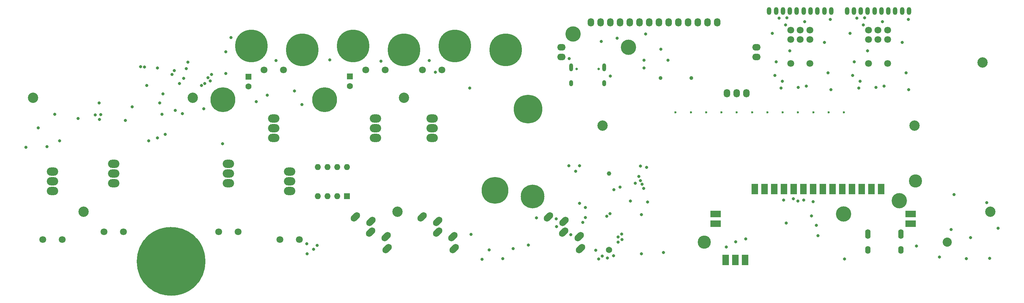
<source format=gbr>
%TF.GenerationSoftware,KiCad,Pcbnew,(6.0.5)*%
%TF.CreationDate,2022-07-01T10:57:45+02:00*%
%TF.ProjectId,clarinoid-bodytest,636c6172-696e-46f6-9964-2d626f647974,rev?*%
%TF.SameCoordinates,Original*%
%TF.FileFunction,Soldermask,Bot*%
%TF.FilePolarity,Negative*%
%FSLAX46Y46*%
G04 Gerber Fmt 4.6, Leading zero omitted, Abs format (unit mm)*
G04 Created by KiCad (PCBNEW (6.0.5)) date 2022-07-01 10:57:45*
%MOMM*%
%LPD*%
G01*
G04 APERTURE LIST*
G04 Aperture macros list*
%AMHorizOval*
0 Thick line with rounded ends*
0 $1 width*
0 $2 $3 position (X,Y) of the first rounded end (center of the circle)*
0 $4 $5 position (X,Y) of the second rounded end (center of the circle)*
0 Add line between two ends*
20,1,$1,$2,$3,$4,$5,0*
0 Add two circle primitives to create the rounded ends*
1,1,$1,$2,$3*
1,1,$1,$4,$5*%
G04 Aperture macros list end*
%ADD10C,9.000000*%
%ADD11C,2.700000*%
%ADD12C,1.800000*%
%ADD13O,1.200000X2.000000*%
%ADD14O,3.000000X2.150000*%
%ADD15C,2.390000*%
%ADD16C,3.450000*%
%ADD17R,1.600000X1.600000*%
%ADD18C,1.600000*%
%ADD19C,0.650000*%
%ADD20O,1.000000X2.100000*%
%ADD21O,1.000000X1.600000*%
%ADD22C,6.500000*%
%ADD23C,6.200000*%
%ADD24C,1.000000*%
%ADD25C,7.000000*%
%ADD26O,1.700000X2.200000*%
%ADD27O,2.200000X1.700000*%
%ADD28C,4.000000*%
%ADD29C,7.500000*%
%ADD30C,1.650000*%
%ADD31C,1.150000*%
%ADD32HorizOval,1.700000X0.388909X0.388909X-0.388909X-0.388909X0*%
%ADD33C,8.500000*%
%ADD34O,1.600000X1.600000*%
%ADD35R,1.700000X2.800000*%
%ADD36R,2.800000X1.700000*%
%ADD37O,1.400000X2.500000*%
%ADD38O,1.400000X2.000000*%
%ADD39C,0.800000*%
%ADD40C,0.600000*%
G04 APERTURE END LIST*
D10*
X-255894196Y-244197034D02*
G75*
G03*
X-255894196Y-244197034I-4500000J0D01*
G01*
D11*
%TO.C,H8*%
X-48339196Y-192197034D03*
%TD*%
D12*
%TO.C,R21*%
X-93476207Y-192442523D03*
X-98476207Y-192442523D03*
X-93476207Y-186192523D03*
X-95976207Y-186192523D03*
X-98476207Y-186192523D03*
X-93476207Y-183692523D03*
X-95976207Y-183692523D03*
X-98476207Y-183692523D03*
%TD*%
D13*
%TO.C,J15*%
X-104076207Y-178692523D03*
X-102276207Y-178692523D03*
X-100476207Y-178692523D03*
X-98676207Y-178692523D03*
X-96876207Y-178692523D03*
X-95076207Y-178692523D03*
X-93276207Y-178692523D03*
X-91476207Y-178692523D03*
X-89676207Y-178692523D03*
X-87876207Y-178692523D03*
%TD*%
D11*
%TO.C,H7*%
X-201251696Y-231197034D03*
%TD*%
%TO.C,H3*%
X-66139196Y-208697034D03*
%TD*%
D12*
%TO.C,SW2*%
X-293929196Y-238462034D03*
X-288849196Y-238462034D03*
D14*
X-291389196Y-220682034D03*
X-291389196Y-223222034D03*
X-291389196Y-225762034D03*
%TD*%
D11*
%TO.C,H5*%
X-46251696Y-231197034D03*
%TD*%
D12*
%TO.C,SW11*%
X-209491696Y-194132034D03*
X-204411696Y-194132034D03*
D14*
X-206951696Y-211912034D03*
X-206951696Y-209372034D03*
X-206951696Y-206832034D03*
%TD*%
D15*
%TO.C,BT1*%
X-57539196Y-239197034D03*
D16*
X-121069196Y-239197034D03*
X-65869196Y-223197034D03*
%TD*%
D17*
%TO.C,SW7*%
X-213652477Y-195851545D03*
D18*
X-213652477Y-198391545D03*
%TD*%
D19*
%TO.C,J5*%
X-148616207Y-193912523D03*
X-154396207Y-193912523D03*
D20*
X-155826207Y-193412523D03*
D21*
X-147186207Y-197592523D03*
D20*
X-147186207Y-193412523D03*
D21*
X-155826207Y-197592523D03*
%TD*%
D22*
%TO.C,U16*%
X-246851696Y-201897034D03*
%TD*%
D12*
%TO.C,SW5*%
X-226849196Y-238462034D03*
X-231929196Y-238462034D03*
D14*
X-229389196Y-220682034D03*
X-229389196Y-223222034D03*
X-229389196Y-225762034D03*
%TD*%
D12*
%TO.C,SW4*%
X-242849196Y-236462034D03*
X-247929196Y-236462034D03*
D14*
X-245389196Y-218682034D03*
X-245389196Y-221222034D03*
X-245389196Y-223762034D03*
%TD*%
D23*
%TO.C,H1*%
X-165901696Y-227197034D03*
%TD*%
D11*
%TO.C,H9*%
X-199539196Y-201392034D03*
%TD*%
D24*
%TO.C,J11*%
X-132451207Y-196242523D03*
X-124451207Y-196242523D03*
%TD*%
D25*
%TO.C,J19*%
X-175751696Y-225597034D03*
%TD*%
D11*
%TO.C,H11*%
X-254751696Y-201391545D03*
%TD*%
D26*
%TO.C,J13*%
X-150656207Y-181692523D03*
X-148116207Y-181692523D03*
X-145576207Y-181692523D03*
X-143036207Y-181692523D03*
X-140496207Y-181692523D03*
X-137956207Y-181692523D03*
X-135416207Y-181692523D03*
X-132876207Y-181692523D03*
X-130336207Y-181692523D03*
X-127796207Y-181692523D03*
X-125256207Y-181692523D03*
X-122716207Y-181692523D03*
X-120176207Y-181692523D03*
X-117636207Y-181692523D03*
X-115096207Y-200192523D03*
X-112556207Y-200192523D03*
X-110016207Y-200192523D03*
D27*
X-158376207Y-188192523D03*
X-158376207Y-190732523D03*
X-107376207Y-188192523D03*
X-107376207Y-190732523D03*
D28*
X-140876207Y-188192523D03*
X-155376207Y-184692523D03*
%TD*%
D11*
%TO.C,H2*%
X-147639196Y-208697034D03*
%TD*%
%TO.C,H4*%
X-283251696Y-231197034D03*
%TD*%
%TO.C,H10*%
X-296501696Y-201391545D03*
%TD*%
D29*
%TO.C,U18*%
X-167139196Y-204391545D03*
%TD*%
D17*
%TO.C,SW9*%
X-240152477Y-195891545D03*
D18*
X-240152477Y-198431545D03*
%TD*%
D12*
%TO.C,SW12*%
X-194691696Y-194132034D03*
X-189611696Y-194132034D03*
D14*
X-192151696Y-211912034D03*
X-192151696Y-209372034D03*
X-192151696Y-206832034D03*
%TD*%
D12*
%TO.C,SW3*%
X-277929196Y-236462034D03*
X-272849196Y-236462034D03*
D14*
X-275389196Y-218682034D03*
X-275389196Y-221222034D03*
X-275389196Y-223762034D03*
%TD*%
D30*
%TO.C,U2*%
X-145901696Y-241197034D03*
D31*
X-145901696Y-221197034D03*
%TD*%
D22*
%TO.C,U15*%
X-220251696Y-201897034D03*
%TD*%
D12*
%TO.C,SW10*%
X-231011696Y-194132034D03*
X-236091696Y-194132034D03*
D14*
X-233551696Y-211912034D03*
X-233551696Y-209372034D03*
X-233551696Y-206832034D03*
%TD*%
D32*
%TO.C,J4*%
X-203907836Y-240884040D03*
X-204226034Y-237737415D03*
X-208256543Y-236535333D03*
X-208185832Y-233777617D03*
X-212251696Y-232540180D03*
%TD*%
%TO.C,J3*%
X-186407836Y-240884040D03*
X-186726034Y-237737415D03*
X-190756543Y-236535333D03*
X-190685832Y-233777617D03*
X-194751696Y-232540180D03*
%TD*%
D33*
%TO.C,U12*%
X-239439196Y-187897034D03*
X-226139196Y-188897034D03*
X-212839196Y-187897034D03*
X-199539196Y-188897034D03*
X-186239196Y-187897034D03*
X-172939196Y-188897034D03*
%TD*%
D17*
%TO.C,U6*%
X-214414196Y-227122034D03*
D34*
X-216954196Y-227122034D03*
X-219494196Y-227122034D03*
X-222034196Y-227122034D03*
X-222034196Y-219502034D03*
X-219494196Y-219502034D03*
X-216954196Y-219502034D03*
X-214414196Y-219502034D03*
%TD*%
D32*
%TO.C,J16*%
X-153407836Y-240884040D03*
X-153726034Y-237737415D03*
X-157756543Y-236535333D03*
X-157685832Y-233777617D03*
X-161751696Y-232540180D03*
%TD*%
D13*
%TO.C,J15*%
X-67539196Y-178697034D03*
X-69339196Y-178697034D03*
X-71139196Y-178697034D03*
X-72939196Y-178697034D03*
X-74739196Y-178697034D03*
X-76539196Y-178697034D03*
X-78339196Y-178697034D03*
X-80139196Y-178697034D03*
X-81939196Y-178697034D03*
X-83739196Y-178697034D03*
%TD*%
D12*
%TO.C,R21*%
X-78139196Y-183697034D03*
X-75639196Y-183697034D03*
X-73139196Y-183697034D03*
X-78139196Y-186197034D03*
X-75639196Y-186197034D03*
X-73139196Y-186197034D03*
X-78139196Y-192447034D03*
X-73139196Y-192447034D03*
%TD*%
D35*
%TO.C,J17*%
X-74839196Y-225297034D03*
X-77379196Y-225297034D03*
X-79919196Y-225297034D03*
X-82459196Y-225297034D03*
X-84999196Y-225297034D03*
X-87539196Y-225297034D03*
X-90079196Y-225297034D03*
X-92619196Y-225297034D03*
X-95159196Y-225297034D03*
X-97699196Y-225297034D03*
X-100239196Y-225297034D03*
X-102779196Y-225297034D03*
X-105319196Y-225297034D03*
X-107859196Y-225297034D03*
X-110399196Y-243797034D03*
X-112939196Y-243797034D03*
X-115479196Y-243797034D03*
D36*
X-67119196Y-231797034D03*
X-67119196Y-234337034D03*
X-118119196Y-231797034D03*
X-118119196Y-234337034D03*
D28*
X-84619196Y-231797034D03*
D37*
X-69669196Y-237017034D03*
X-78309196Y-237017034D03*
D38*
X-69669196Y-241197034D03*
X-78309196Y-241197034D03*
D28*
X-70119196Y-228297034D03*
%TD*%
D39*
X-88076207Y-180892523D03*
X-99476207Y-180492523D03*
X-100676207Y-197092523D03*
X-94776207Y-181492523D03*
X-99776207Y-182392523D03*
X-98676207Y-189092523D03*
X-96476207Y-198692523D03*
X-101476207Y-180592523D03*
X-87976207Y-199292523D03*
X-103276207Y-184592523D03*
X-100976207Y-198892523D03*
X-102220194Y-192039016D03*
X-102576207Y-195592523D03*
X-88676207Y-194892523D03*
X-94376707Y-198392523D03*
X-89620194Y-186939016D03*
X-59589196Y-243097034D03*
X-140339196Y-228397034D03*
X-51439196Y-237997034D03*
X-135839196Y-228697034D03*
X-131739196Y-241897034D03*
X-99619196Y-234197034D03*
X-149439196Y-241297034D03*
X-47239196Y-228797034D03*
X-46489196Y-243397034D03*
X-65619196Y-240197034D03*
X-137439196Y-231997034D03*
X-136139196Y-219597034D03*
X-137439196Y-242197034D03*
X-96619196Y-228397034D03*
X-55789196Y-226697034D03*
X-92619196Y-228597034D03*
X-223126696Y-240997034D03*
X-156426696Y-219197034D03*
X-224826696Y-242197034D03*
X-153626696Y-219197034D03*
X-137289196Y-223997034D03*
X-182026696Y-237097034D03*
X-167026696Y-239897034D03*
X-295139196Y-209297034D03*
X-289539196Y-212697034D03*
X-284739196Y-206797034D03*
X-205539196Y-191797034D03*
X-246939196Y-213397034D03*
X-226239196Y-203197034D03*
X-228139196Y-199597034D03*
X-279239196Y-202797034D03*
X-262539196Y-200397034D03*
X-298339196Y-214397034D03*
X-256039196Y-192097034D03*
X-256439196Y-193797034D03*
X-262739196Y-205697034D03*
X-278739196Y-205797034D03*
X-246139196Y-189397034D03*
X-292839196Y-214197034D03*
X-192939196Y-191697034D03*
X-272339196Y-207297034D03*
X-290839196Y-205697034D03*
X-232939196Y-191697034D03*
X-218939196Y-191497034D03*
X-182339196Y-198897034D03*
X-235239196Y-200697034D03*
X-238139196Y-202397034D03*
X-191339196Y-194697034D03*
X-244739196Y-185697034D03*
X-74039696Y-198397034D03*
X-68339196Y-194897034D03*
X-79139196Y-180497034D03*
X-80339196Y-197097034D03*
X-76139196Y-198697034D03*
X-74439196Y-181497034D03*
X-80639196Y-198897034D03*
X-67639196Y-199297034D03*
X-82239196Y-195597034D03*
X-81139196Y-180597034D03*
X-79439196Y-182397034D03*
X-81883183Y-192043527D03*
X-69283183Y-186943527D03*
X-82939196Y-184597034D03*
X-78339196Y-189097034D03*
X-67739196Y-180897034D03*
X-154626696Y-220597034D03*
X-139103592Y-223747534D03*
X-137751696Y-219297034D03*
X-258247097Y-197696534D03*
X-279151696Y-207097034D03*
X-280251696Y-205883534D03*
X-263339196Y-202797034D03*
X-251839196Y-204297034D03*
X-251634656Y-197696534D03*
X-257439196Y-205597034D03*
D40*
X-128540174Y-205197034D03*
X-84540174Y-205197034D03*
D39*
X-56519196Y-235897034D03*
X-156376207Y-191192523D03*
X-145576207Y-195692523D03*
X-143839196Y-185797034D03*
X-147939196Y-186697034D03*
X-224926696Y-239597034D03*
X-222225161Y-240032394D03*
X-177226696Y-241197034D03*
X-171026696Y-240897034D03*
X-146326696Y-243297034D03*
X-144655017Y-225436111D03*
X-173726696Y-243497034D03*
X-144726696Y-242697034D03*
X-179126696Y-243697034D03*
X-143026696Y-224797034D03*
X-246139196Y-195097034D03*
X-266739196Y-198197034D03*
X-249839196Y-195297034D03*
X-259539196Y-194297034D03*
X-267343036Y-193378204D03*
X-268339196Y-193296534D03*
X-270539196Y-203797034D03*
X-259294178Y-204731295D03*
X-257139196Y-196297034D03*
X-250726743Y-196188459D03*
X-138189196Y-221997034D03*
X-137767800Y-223100627D03*
D40*
X-88540174Y-205197034D03*
X-92540174Y-205197034D03*
X-96540174Y-205197034D03*
X-100540174Y-205197034D03*
X-104540174Y-205197034D03*
X-108540174Y-205197034D03*
X-112540174Y-205197034D03*
X-116540174Y-205197034D03*
X-120540174Y-205197034D03*
X-124540174Y-205197034D03*
D39*
X-97726696Y-227797034D03*
X-91726696Y-234797034D03*
X-143526696Y-239197034D03*
X-143526696Y-237797034D03*
X-93026696Y-232297034D03*
X-95026696Y-228197034D03*
X-142603815Y-237019915D03*
X-142526696Y-238497034D03*
X-152127196Y-232697034D03*
X-152127196Y-230110069D03*
X-152826696Y-233997034D03*
X-153626696Y-228997034D03*
X-250139196Y-196997034D03*
X-260139196Y-195297034D03*
X-252482720Y-198225488D03*
X-263995117Y-193597534D03*
X-147726696Y-242797034D03*
X-145726696Y-231697034D03*
X-148626696Y-243597034D03*
X-146526696Y-232397034D03*
X-266252469Y-212697534D03*
X-263951696Y-211897034D03*
X-261951696Y-210997034D03*
X-132376207Y-188692523D03*
X-136376207Y-184692523D03*
X-130539196Y-191597034D03*
X-91319196Y-237497034D03*
X-84419196Y-243597034D03*
X-100319196Y-228197034D03*
X-136889196Y-225097034D03*
X-110219196Y-238297034D03*
X-112819196Y-239097034D03*
X-115330453Y-240397534D03*
X-136776207Y-191592523D03*
X-136776207Y-193592523D03*
X-44251696Y-235497034D03*
X-52551696Y-243497034D03*
X-164926696Y-232797034D03*
X-159726696Y-233097034D03*
X-155926696Y-237197034D03*
X-159626696Y-235097034D03*
M02*

</source>
